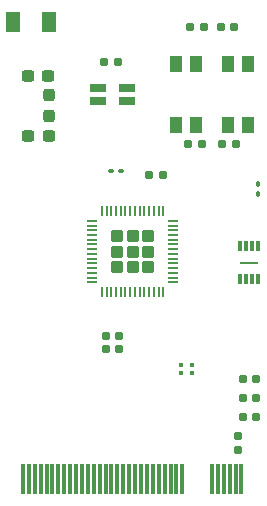
<source format=gbr>
%TF.GenerationSoftware,KiCad,Pcbnew,8.0.1*%
%TF.CreationDate,2024-04-18T13:31:19+02:00*%
%TF.ProjectId,ESP32S3_M.2_Board,45535033-3253-4335-9f4d-2e325f426f61,rev?*%
%TF.SameCoordinates,Original*%
%TF.FileFunction,Paste,Top*%
%TF.FilePolarity,Positive*%
%FSLAX46Y46*%
G04 Gerber Fmt 4.6, Leading zero omitted, Abs format (unit mm)*
G04 Created by KiCad (PCBNEW 8.0.1) date 2024-04-18 13:31:19*
%MOMM*%
%LPD*%
G01*
G04 APERTURE LIST*
G04 Aperture macros list*
%AMRoundRect*
0 Rectangle with rounded corners*
0 $1 Rounding radius*
0 $2 $3 $4 $5 $6 $7 $8 $9 X,Y pos of 4 corners*
0 Add a 4 corners polygon primitive as box body*
4,1,4,$2,$3,$4,$5,$6,$7,$8,$9,$2,$3,0*
0 Add four circle primitives for the rounded corners*
1,1,$1+$1,$2,$3*
1,1,$1+$1,$4,$5*
1,1,$1+$1,$6,$7*
1,1,$1+$1,$8,$9*
0 Add four rect primitives between the rounded corners*
20,1,$1+$1,$2,$3,$4,$5,0*
20,1,$1+$1,$4,$5,$6,$7,0*
20,1,$1+$1,$6,$7,$8,$9,0*
20,1,$1+$1,$8,$9,$2,$3,0*%
G04 Aperture macros list end*
%ADD10RoundRect,0.155000X-0.212500X-0.155000X0.212500X-0.155000X0.212500X0.155000X-0.212500X0.155000X0*%
%ADD11RoundRect,0.079500X-0.100500X0.079500X-0.100500X-0.079500X0.100500X-0.079500X0.100500X0.079500X0*%
%ADD12RoundRect,0.237500X0.237500X-0.287500X0.237500X0.287500X-0.237500X0.287500X-0.237500X-0.287500X0*%
%ADD13RoundRect,0.250000X-0.285000X-0.285000X0.285000X-0.285000X0.285000X0.285000X-0.285000X0.285000X0*%
%ADD14RoundRect,0.050000X-0.350000X-0.050000X0.350000X-0.050000X0.350000X0.050000X-0.350000X0.050000X0*%
%ADD15RoundRect,0.050000X-0.050000X-0.350000X0.050000X-0.350000X0.050000X0.350000X-0.050000X0.350000X0*%
%ADD16RoundRect,0.237500X0.300000X0.237500X-0.300000X0.237500X-0.300000X-0.237500X0.300000X-0.237500X0*%
%ADD17R,1.340000X0.700000*%
%ADD18RoundRect,0.155000X0.212500X0.155000X-0.212500X0.155000X-0.212500X-0.155000X0.212500X-0.155000X0*%
%ADD19RoundRect,0.155000X-0.155000X0.212500X-0.155000X-0.212500X0.155000X-0.212500X0.155000X0.212500X0*%
%ADD20R,1.000000X1.450000*%
%ADD21RoundRect,0.090000X0.090000X-0.139000X0.090000X0.139000X-0.090000X0.139000X-0.090000X-0.139000X0*%
%ADD22R,0.300000X0.900000*%
%ADD23R,1.650000X0.250000*%
%ADD24RoundRect,0.160000X-0.160000X0.197500X-0.160000X-0.197500X0.160000X-0.197500X0.160000X0.197500X0*%
%ADD25R,1.150000X1.800000*%
%ADD26RoundRect,0.160000X-0.197500X-0.160000X0.197500X-0.160000X0.197500X0.160000X-0.197500X0.160000X0*%
%ADD27RoundRect,0.090000X-0.139000X-0.090000X0.139000X-0.090000X0.139000X0.090000X-0.139000X0.090000X0*%
%ADD28R,0.350000X2.500000*%
%ADD29RoundRect,0.160000X0.197500X0.160000X-0.197500X0.160000X-0.197500X-0.160000X0.197500X-0.160000X0*%
G04 APERTURE END LIST*
D10*
%TO.C,C14*%
X230340000Y-106075000D03*
X231475000Y-106075000D03*
%TD*%
D11*
%TO.C,R1*%
X233050000Y-122180000D03*
X233050000Y-122870000D03*
%TD*%
D12*
%TO.C,L3*%
X221875000Y-101075000D03*
X221875000Y-99325000D03*
%TD*%
D13*
%TO.C,U3*%
X227605000Y-111250000D03*
X227605000Y-112580000D03*
X227605000Y-113910000D03*
X228935000Y-111250000D03*
X228935000Y-112580000D03*
X228935000Y-113910000D03*
X230265000Y-111250000D03*
X230265000Y-112580000D03*
X230265000Y-113910000D03*
D14*
X225485000Y-109980000D03*
X225485000Y-110380000D03*
X225485000Y-110780000D03*
X225485000Y-111180000D03*
X225485000Y-111580000D03*
X225485000Y-111980000D03*
X225485000Y-112380000D03*
X225485000Y-112780000D03*
X225485000Y-113180000D03*
X225485000Y-113580000D03*
X225485000Y-113980000D03*
X225485000Y-114380000D03*
X225485000Y-114780000D03*
X225485000Y-115180000D03*
D15*
X226335000Y-116030000D03*
X226735000Y-116030000D03*
X227135000Y-116030000D03*
X227535000Y-116030000D03*
X227935000Y-116030000D03*
X228335000Y-116030000D03*
X228735000Y-116030000D03*
X229135000Y-116030000D03*
X229535000Y-116030000D03*
X229935000Y-116030000D03*
X230335000Y-116030000D03*
X230735000Y-116030000D03*
X231135000Y-116030000D03*
X231535000Y-116030000D03*
D14*
X232385000Y-115180000D03*
X232385000Y-114780000D03*
X232385000Y-114380000D03*
X232385000Y-113980000D03*
X232385000Y-113580000D03*
X232385000Y-113180000D03*
X232385000Y-112780000D03*
X232385000Y-112380000D03*
X232385000Y-111980000D03*
X232385000Y-111580000D03*
X232385000Y-111180000D03*
X232385000Y-110780000D03*
X232385000Y-110380000D03*
X232385000Y-109980000D03*
D15*
X231535000Y-109130000D03*
X231135000Y-109130000D03*
X230735000Y-109130000D03*
X230335000Y-109130000D03*
X229935000Y-109130000D03*
X229535000Y-109130000D03*
X229135000Y-109130000D03*
X228735000Y-109130000D03*
X228335000Y-109130000D03*
X227935000Y-109130000D03*
X227535000Y-109130000D03*
X227135000Y-109130000D03*
X226735000Y-109130000D03*
X226335000Y-109130000D03*
%TD*%
D16*
%TO.C,C25*%
X221812500Y-97675000D03*
X220087500Y-97675000D03*
%TD*%
D17*
%TO.C,LED*%
X225990000Y-98750000D03*
X225990000Y-99850000D03*
X228460000Y-99850000D03*
X228460000Y-98750000D03*
%TD*%
D18*
%TO.C,C26*%
X227667500Y-96550000D03*
X226532500Y-96550000D03*
%TD*%
D19*
%TO.C,C15*%
X226650000Y-119707500D03*
X226650000Y-120842500D03*
%TD*%
D20*
%TO.C,RST*%
X232625000Y-101825000D03*
X232625000Y-96675000D03*
X234325000Y-101825000D03*
X234325000Y-96675000D03*
%TD*%
D21*
%TO.C,R3*%
X239575000Y-107682500D03*
X239575000Y-106817500D03*
%TD*%
D22*
%TO.C,U4*%
X238040000Y-114910000D03*
X238540000Y-114910000D03*
X239040000Y-114910000D03*
X239540000Y-114910000D03*
X239540000Y-112110000D03*
X239040000Y-112110000D03*
X238540000Y-112110000D03*
X238040000Y-112110000D03*
D23*
X238790000Y-113510000D03*
%TD*%
D24*
%TO.C,R10*%
X237900000Y-128227500D03*
X237900000Y-129422500D03*
%TD*%
D10*
%TO.C,C17*%
X238282500Y-126575000D03*
X239417500Y-126575000D03*
%TD*%
D16*
%TO.C,C24*%
X221837500Y-102825000D03*
X220112500Y-102825000D03*
%TD*%
D25*
%TO.C,ANT1*%
X221825000Y-93150000D03*
X218825000Y-93150000D03*
%TD*%
D26*
%TO.C,R12*%
X236527500Y-103450000D03*
X237722500Y-103450000D03*
%TD*%
D19*
%TO.C,C11*%
X227800000Y-119707500D03*
X227800000Y-120842500D03*
%TD*%
D10*
%TO.C,C16*%
X238290000Y-123375000D03*
X239425000Y-123375000D03*
%TD*%
D27*
%TO.C,R13*%
X227067500Y-105750000D03*
X227932500Y-105750000D03*
%TD*%
D11*
%TO.C,R2*%
X233950000Y-122180000D03*
X233950000Y-122870000D03*
%TD*%
D10*
%TO.C,C18*%
X238290000Y-124975000D03*
X239425000Y-124975000D03*
%TD*%
D28*
%TO.C,J2*%
X238150000Y-131850000D03*
X237650000Y-131850000D03*
X237150000Y-131850000D03*
X236650000Y-131850000D03*
X236150000Y-131850000D03*
X235650000Y-131850000D03*
X233150000Y-131850000D03*
X232650000Y-131850000D03*
X232150000Y-131850000D03*
X231650000Y-131850000D03*
X231150000Y-131850000D03*
X230650000Y-131850000D03*
X230150000Y-131850000D03*
X229650000Y-131850000D03*
X229150000Y-131850000D03*
X228650000Y-131850000D03*
X228150000Y-131850000D03*
X227650000Y-131850000D03*
X227150000Y-131850000D03*
X226650000Y-131850000D03*
X226150000Y-131850000D03*
X225650000Y-131850000D03*
X225150000Y-131850000D03*
X224650000Y-131850000D03*
X224150000Y-131850000D03*
X223650000Y-131850000D03*
X223150000Y-131850000D03*
X222650000Y-131850000D03*
X222150000Y-131850000D03*
X221650000Y-131850000D03*
X221150000Y-131850000D03*
X220650000Y-131850000D03*
X220150000Y-131850000D03*
X219650000Y-131850000D03*
%TD*%
D29*
%TO.C,R9*%
X234797500Y-103450000D03*
X233602500Y-103450000D03*
%TD*%
D18*
%TO.C,C10*%
X234967500Y-93525000D03*
X233832500Y-93525000D03*
%TD*%
D10*
%TO.C,C23*%
X236382500Y-93525000D03*
X237517500Y-93525000D03*
%TD*%
D20*
%TO.C,BOOT*%
X238700000Y-96675000D03*
X238700000Y-101825000D03*
X237000000Y-96675000D03*
X237000000Y-101825000D03*
%TD*%
M02*

</source>
